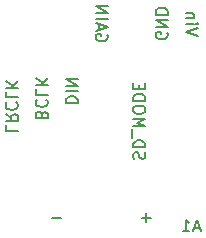
<source format=gbo>
G04 #@! TF.GenerationSoftware,KiCad,Pcbnew,(6.0.6-0)*
G04 #@! TF.CreationDate,2022-07-25T17:11:54+09:00*
G04 #@! TF.ProjectId,livecharm-20220717,6c697665-6368-4617-926d-2d3230323230,rev?*
G04 #@! TF.SameCoordinates,PX68290a0PY2e063a0*
G04 #@! TF.FileFunction,Legend,Bot*
G04 #@! TF.FilePolarity,Positive*
%FSLAX46Y46*%
G04 Gerber Fmt 4.6, Leading zero omitted, Abs format (unit mm)*
G04 Created by KiCad (PCBNEW (6.0.6-0)) date 2022-07-25 17:11:54*
%MOMM*%
%LPD*%
G01*
G04 APERTURE LIST*
%ADD10C,0.150000*%
G04 APERTURE END LIST*
D10*
X16740238Y-26074285D02*
X16692619Y-25931428D01*
X16692619Y-25693333D01*
X16740238Y-25598095D01*
X16787857Y-25550476D01*
X16883095Y-25502857D01*
X16978333Y-25502857D01*
X17073571Y-25550476D01*
X17121190Y-25598095D01*
X17168809Y-25693333D01*
X17216428Y-25883809D01*
X17264047Y-25979047D01*
X17311666Y-26026666D01*
X17406904Y-26074285D01*
X17502142Y-26074285D01*
X17597380Y-26026666D01*
X17645000Y-25979047D01*
X17692619Y-25883809D01*
X17692619Y-25645714D01*
X17645000Y-25502857D01*
X16692619Y-25074285D02*
X17692619Y-25074285D01*
X17692619Y-24836190D01*
X17645000Y-24693333D01*
X17549761Y-24598095D01*
X17454523Y-24550476D01*
X17264047Y-24502857D01*
X17121190Y-24502857D01*
X16930714Y-24550476D01*
X16835476Y-24598095D01*
X16740238Y-24693333D01*
X16692619Y-24836190D01*
X16692619Y-25074285D01*
X16597380Y-24312380D02*
X16597380Y-23550476D01*
X16692619Y-23312380D02*
X17692619Y-23312380D01*
X16978333Y-22979047D01*
X17692619Y-22645714D01*
X16692619Y-22645714D01*
X17692619Y-21979047D02*
X17692619Y-21788571D01*
X17645000Y-21693333D01*
X17549761Y-21598095D01*
X17359285Y-21550476D01*
X17025952Y-21550476D01*
X16835476Y-21598095D01*
X16740238Y-21693333D01*
X16692619Y-21788571D01*
X16692619Y-21979047D01*
X16740238Y-22074285D01*
X16835476Y-22169523D01*
X17025952Y-22217142D01*
X17359285Y-22217142D01*
X17549761Y-22169523D01*
X17645000Y-22074285D01*
X17692619Y-21979047D01*
X16692619Y-21121904D02*
X17692619Y-21121904D01*
X17692619Y-20883809D01*
X17645000Y-20740952D01*
X17549761Y-20645714D01*
X17454523Y-20598095D01*
X17264047Y-20550476D01*
X17121190Y-20550476D01*
X16930714Y-20598095D01*
X16835476Y-20645714D01*
X16740238Y-20740952D01*
X16692619Y-20883809D01*
X16692619Y-21121904D01*
X17216428Y-20121904D02*
X17216428Y-19788571D01*
X16692619Y-19645714D02*
X16692619Y-20121904D01*
X17692619Y-20121904D01*
X17692619Y-19645714D01*
X22304285Y-31916666D02*
X21828095Y-31916666D01*
X22399523Y-32202380D02*
X22066190Y-31202380D01*
X21732857Y-32202380D01*
X20875714Y-32202380D02*
X21447142Y-32202380D01*
X21161428Y-32202380D02*
X21161428Y-31202380D01*
X21256666Y-31345238D01*
X21351904Y-31440476D01*
X21447142Y-31488095D01*
X14470000Y-15533571D02*
X14517619Y-15628809D01*
X14517619Y-15771666D01*
X14470000Y-15914523D01*
X14374761Y-16009761D01*
X14279523Y-16057380D01*
X14089047Y-16105000D01*
X13946190Y-16105000D01*
X13755714Y-16057380D01*
X13660476Y-16009761D01*
X13565238Y-15914523D01*
X13517619Y-15771666D01*
X13517619Y-15676428D01*
X13565238Y-15533571D01*
X13612857Y-15485952D01*
X13946190Y-15485952D01*
X13946190Y-15676428D01*
X13803333Y-15105000D02*
X13803333Y-14628809D01*
X13517619Y-15200238D02*
X14517619Y-14866904D01*
X13517619Y-14533571D01*
X13517619Y-14200238D02*
X14517619Y-14200238D01*
X13517619Y-13724047D02*
X14517619Y-13724047D01*
X13517619Y-13152619D01*
X14517619Y-13152619D01*
X10977619Y-21343809D02*
X11977619Y-21343809D01*
X11977619Y-21105714D01*
X11930000Y-20962857D01*
X11834761Y-20867619D01*
X11739523Y-20820000D01*
X11549047Y-20772380D01*
X11406190Y-20772380D01*
X11215714Y-20820000D01*
X11120476Y-20867619D01*
X11025238Y-20962857D01*
X10977619Y-21105714D01*
X10977619Y-21343809D01*
X10977619Y-20343809D02*
X11977619Y-20343809D01*
X10977619Y-19867619D02*
X11977619Y-19867619D01*
X10977619Y-19296190D01*
X11977619Y-19296190D01*
X9779047Y-31043571D02*
X10540952Y-31043571D01*
X22137619Y-15628809D02*
X21137619Y-15295476D01*
X22137619Y-14962142D01*
X21137619Y-14628809D02*
X21804285Y-14628809D01*
X22137619Y-14628809D02*
X22090000Y-14676428D01*
X22042380Y-14628809D01*
X22090000Y-14581190D01*
X22137619Y-14628809D01*
X22042380Y-14628809D01*
X21804285Y-14152619D02*
X21137619Y-14152619D01*
X21709047Y-14152619D02*
X21756666Y-14105000D01*
X21804285Y-14009761D01*
X21804285Y-13866904D01*
X21756666Y-13771666D01*
X21661428Y-13724047D01*
X21137619Y-13724047D01*
X17399047Y-31043571D02*
X18160952Y-31043571D01*
X17780000Y-30662619D02*
X17780000Y-31424523D01*
X19550000Y-15366904D02*
X19597619Y-15462142D01*
X19597619Y-15605000D01*
X19550000Y-15747857D01*
X19454761Y-15843095D01*
X19359523Y-15890714D01*
X19169047Y-15938333D01*
X19026190Y-15938333D01*
X18835714Y-15890714D01*
X18740476Y-15843095D01*
X18645238Y-15747857D01*
X18597619Y-15605000D01*
X18597619Y-15509761D01*
X18645238Y-15366904D01*
X18692857Y-15319285D01*
X19026190Y-15319285D01*
X19026190Y-15509761D01*
X18597619Y-14890714D02*
X19597619Y-14890714D01*
X18597619Y-14319285D01*
X19597619Y-14319285D01*
X18597619Y-13843095D02*
X19597619Y-13843095D01*
X19597619Y-13605000D01*
X19550000Y-13462142D01*
X19454761Y-13366904D01*
X19359523Y-13319285D01*
X19169047Y-13271666D01*
X19026190Y-13271666D01*
X18835714Y-13319285D01*
X18740476Y-13366904D01*
X18645238Y-13462142D01*
X18597619Y-13605000D01*
X18597619Y-13843095D01*
X5897619Y-23185238D02*
X5897619Y-23661428D01*
X6897619Y-23661428D01*
X5897619Y-22280476D02*
X6373809Y-22613809D01*
X5897619Y-22851904D02*
X6897619Y-22851904D01*
X6897619Y-22470952D01*
X6850000Y-22375714D01*
X6802380Y-22328095D01*
X6707142Y-22280476D01*
X6564285Y-22280476D01*
X6469047Y-22328095D01*
X6421428Y-22375714D01*
X6373809Y-22470952D01*
X6373809Y-22851904D01*
X5992857Y-21280476D02*
X5945238Y-21328095D01*
X5897619Y-21470952D01*
X5897619Y-21566190D01*
X5945238Y-21709047D01*
X6040476Y-21804285D01*
X6135714Y-21851904D01*
X6326190Y-21899523D01*
X6469047Y-21899523D01*
X6659523Y-21851904D01*
X6754761Y-21804285D01*
X6850000Y-21709047D01*
X6897619Y-21566190D01*
X6897619Y-21470952D01*
X6850000Y-21328095D01*
X6802380Y-21280476D01*
X5897619Y-20375714D02*
X5897619Y-20851904D01*
X6897619Y-20851904D01*
X5897619Y-20042380D02*
X6897619Y-20042380D01*
X5897619Y-19470952D02*
X6469047Y-19899523D01*
X6897619Y-19470952D02*
X6326190Y-20042380D01*
X8961428Y-22288333D02*
X8913809Y-22145476D01*
X8866190Y-22097857D01*
X8770952Y-22050238D01*
X8628095Y-22050238D01*
X8532857Y-22097857D01*
X8485238Y-22145476D01*
X8437619Y-22240714D01*
X8437619Y-22621666D01*
X9437619Y-22621666D01*
X9437619Y-22288333D01*
X9390000Y-22193095D01*
X9342380Y-22145476D01*
X9247142Y-22097857D01*
X9151904Y-22097857D01*
X9056666Y-22145476D01*
X9009047Y-22193095D01*
X8961428Y-22288333D01*
X8961428Y-22621666D01*
X8532857Y-21050238D02*
X8485238Y-21097857D01*
X8437619Y-21240714D01*
X8437619Y-21335952D01*
X8485238Y-21478809D01*
X8580476Y-21574047D01*
X8675714Y-21621666D01*
X8866190Y-21669285D01*
X9009047Y-21669285D01*
X9199523Y-21621666D01*
X9294761Y-21574047D01*
X9390000Y-21478809D01*
X9437619Y-21335952D01*
X9437619Y-21240714D01*
X9390000Y-21097857D01*
X9342380Y-21050238D01*
X8437619Y-20145476D02*
X8437619Y-20621666D01*
X9437619Y-20621666D01*
X8437619Y-19812142D02*
X9437619Y-19812142D01*
X8437619Y-19240714D02*
X9009047Y-19669285D01*
X9437619Y-19240714D02*
X8866190Y-19812142D01*
M02*

</source>
